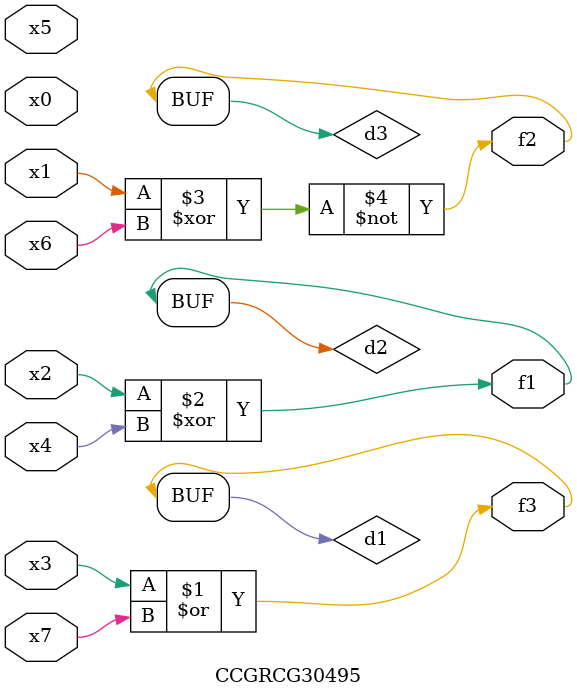
<source format=v>
module CCGRCG30495(
	input x0, x1, x2, x3, x4, x5, x6, x7,
	output f1, f2, f3
);

	wire d1, d2, d3;

	or (d1, x3, x7);
	xor (d2, x2, x4);
	xnor (d3, x1, x6);
	assign f1 = d2;
	assign f2 = d3;
	assign f3 = d1;
endmodule

</source>
